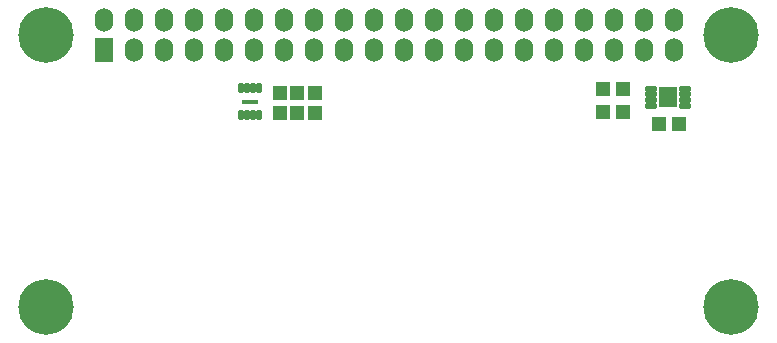
<source format=gts>
G04*
G04 #@! TF.GenerationSoftware,Altium Limited,CircuitStudio,1.5.1 (13)*
G04*
G04 Layer_Color=20142*
%FSLAX25Y25*%
%MOIN*%
G70*
G01*
G75*
%ADD18O,0.06000X0.08000*%
%ADD19R,0.06000X0.08000*%
%ADD24R,0.05131X0.04737*%
%ADD25R,0.04737X0.05131*%
G04:AMPARAMS|DCode=26|XSize=17.84mil|YSize=35.56mil|CornerRadius=6.46mil|HoleSize=0mil|Usage=FLASHONLY|Rotation=180.000|XOffset=0mil|YOffset=0mil|HoleType=Round|Shape=RoundedRectangle|*
%AMROUNDEDRECTD26*
21,1,0.01784,0.02264,0,0,180.0*
21,1,0.00492,0.03556,0,0,180.0*
1,1,0.01292,-0.00246,0.01132*
1,1,0.01292,0.00246,0.01132*
1,1,0.01292,0.00246,-0.01132*
1,1,0.01292,-0.00246,-0.01132*
%
%ADD26ROUNDEDRECTD26*%
%ADD27R,0.05524X0.01587*%
G04:AMPARAMS|DCode=28|XSize=39.89mil|YSize=18.24mil|CornerRadius=5.28mil|HoleSize=0mil|Usage=FLASHONLY|Rotation=180.000|XOffset=0mil|YOffset=0mil|HoleType=Round|Shape=RoundedRectangle|*
%AMROUNDEDRECTD28*
21,1,0.03989,0.00768,0,0,180.0*
21,1,0.02933,0.01824,0,0,180.0*
1,1,0.01056,-0.01467,0.00384*
1,1,0.01056,0.01467,0.00384*
1,1,0.01056,0.01467,-0.00384*
1,1,0.01056,-0.01467,-0.00384*
%
%ADD28ROUNDEDRECTD28*%
%ADD29R,0.05918X0.06706*%
%ADD30C,0.18517*%
D18*
X734764Y345551D02*
D03*
Y335551D02*
D03*
X724764Y345551D02*
D03*
Y335551D02*
D03*
X714764Y345551D02*
D03*
Y335551D02*
D03*
X704764Y345551D02*
D03*
Y335551D02*
D03*
X694764Y345551D02*
D03*
Y335551D02*
D03*
X684764Y345551D02*
D03*
Y335551D02*
D03*
X674764Y345551D02*
D03*
Y335551D02*
D03*
X664764Y345551D02*
D03*
Y335551D02*
D03*
X654764Y345551D02*
D03*
Y335551D02*
D03*
X644764Y345551D02*
D03*
Y335551D02*
D03*
X634764Y345551D02*
D03*
Y335551D02*
D03*
X624764Y345551D02*
D03*
Y335551D02*
D03*
X614764Y345551D02*
D03*
Y335551D02*
D03*
X604764Y345551D02*
D03*
Y335551D02*
D03*
X594764Y345551D02*
D03*
Y335551D02*
D03*
X584764Y345551D02*
D03*
Y335551D02*
D03*
X574764Y345551D02*
D03*
Y335551D02*
D03*
X564764Y345551D02*
D03*
Y335551D02*
D03*
X554764Y345551D02*
D03*
Y335551D02*
D03*
X544764Y345551D02*
D03*
D19*
Y335551D02*
D03*
D24*
X736614Y311024D02*
D03*
X729921D02*
D03*
X717913Y314961D02*
D03*
X711221D02*
D03*
X717913Y322835D02*
D03*
X711221D02*
D03*
D25*
X615158Y314567D02*
D03*
Y321260D02*
D03*
X609252Y314567D02*
D03*
Y321260D02*
D03*
X603346Y321260D02*
D03*
Y314567D02*
D03*
D26*
X596457Y313976D02*
D03*
X594488D02*
D03*
X592520D02*
D03*
X590551D02*
D03*
Y323031D02*
D03*
X592520D02*
D03*
X594488D02*
D03*
X596457D02*
D03*
D27*
X593504Y318504D02*
D03*
D28*
X738484Y316929D02*
D03*
Y318898D02*
D03*
Y320866D02*
D03*
Y322835D02*
D03*
X727067D02*
D03*
Y320866D02*
D03*
Y318898D02*
D03*
Y316929D02*
D03*
D29*
X732776Y319882D02*
D03*
D30*
X753937Y250000D02*
D03*
Y340551D02*
D03*
X525591D02*
D03*
Y250000D02*
D03*
M02*

</source>
